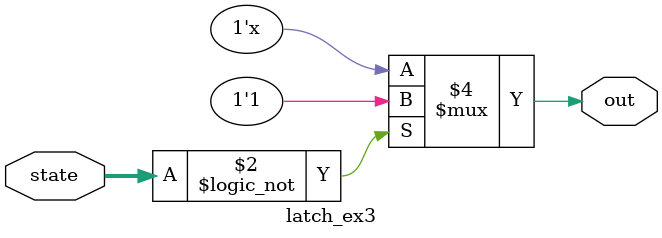
<source format=v>
`timescale 1ns / 1ps

module latch_ex3(
    input wire [1:0] state,
    output reg out
);

// Incomplete FSM state coverage
    always @(*) begin
        if (state == 2'b00)
            out = 1'b1;
        // state = 01, 10, 11 are out not assigned 
    end

endmodule
</source>
